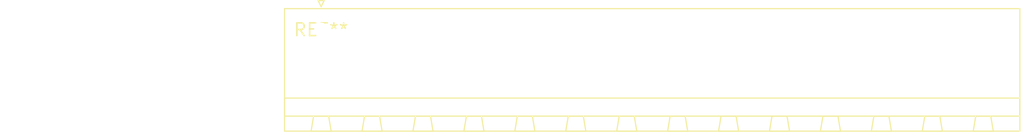
<source format=kicad_pcb>
(kicad_pcb (version 20240108) (generator pcbnew)
  (layers (0 "F.Cu" signal) (31 "B.Cu" signal) (34 "B.Paste" user) (35 "F.Paste" user) (36 "B.SilkS" user "B.Silkscreen") (37 "F.SilkS" user "F.Silkscreen") (38 "B.Mask" user) (39 "F.Mask" user) (44 "Edge.Cuts" user))
  (net 0 "")
  (footprint "PhoenixContact_MSTBA_2,5_14-G-5,08_1x14_P5.08mm_Horizontal" (layer "F.Cu") (at 0 0)
    (property "Reference" "REF**")
    (property "Value" "PhoenixContact_MSTBA_2,5_14-G-5,08_1x14_P5.08mm_Horizontal")
    (fp_line (start -3.65 -2.11) (end -3.65 10.11) (layer "F.SilkS") (stroke (width 0.12)))
    (fp_line (start -3.65 6.81) (end 69.69 6.81) (layer "F.SilkS") (stroke (width 0.12)))
    (fp_line (start -3.65 8.61) (end -3.65 6.81) (layer "F.SilkS") (stroke (width 0.12)))
    (fp_line (start -3.65 10.11) (end 69.69 10.11) (layer "F.SilkS") (stroke (width 0.12)))
    (fp_line (start -1 10.11) (end 1 10.11) (layer "F.SilkS") (stroke (width 0.12)))
    (fp_line (start -0.75 8.61) (end -1 10.11) (layer "F.SilkS") (stroke (width 0.12)))
    (fp_line (start -0.3 -2.91) (end 0.3 -2.91) (layer "F.SilkS") (stroke (width 0.12)))
    (fp_line (start 0 -2.31) (end -0.3 -2.91) (layer "F.SilkS") (stroke (width 0.12)))
    (fp_line (start 0.3 -2.91) (end 0 -2.31) (layer "F.SilkS") (stroke (width 0.12)))
    (fp_line (start 0.75 8.61) (end -0.75 8.61) (layer "F.SilkS") (stroke (width 0.12)))
    (fp_line (start 1 10.11) (end 0.75 8.61) (layer "F.SilkS") (stroke (width 0.12)))
    (fp_line (start 4.08 10.11) (end 6.08 10.11) (layer "F.SilkS") (stroke (width 0.12)))
    (fp_line (start 4.33 8.61) (end 4.08 10.11) (layer "F.SilkS") (stroke (width 0.12)))
    (fp_line (start 5.83 8.61) (end 4.33 8.61) (layer "F.SilkS") (stroke (width 0.12)))
    (fp_line (start 6.08 10.11) (end 5.83 8.61) (layer "F.SilkS") (stroke (width 0.12)))
    (fp_line (start 9.16 10.11) (end 11.16 10.11) (layer "F.SilkS") (stroke (width 0.12)))
    (fp_line (start 9.41 8.61) (end 9.16 10.11) (layer "F.SilkS") (stroke (width 0.12)))
    (fp_line (start 10.91 8.61) (end 9.41 8.61) (layer "F.SilkS") (stroke (width 0.12)))
    (fp_line (start 11.16 10.11) (end 10.91 8.61) (layer "F.SilkS") (stroke (width 0.12)))
    (fp_line (start 14.24 10.11) (end 16.24 10.11) (layer "F.SilkS") (stroke (width 0.12)))
    (fp_line (start 14.49 8.61) (end 14.24 10.11) (layer "F.SilkS") (stroke (width 0.12)))
    (fp_line (start 15.99 8.61) (end 14.49 8.61) (layer "F.SilkS") (stroke (width 0.12)))
    (fp_line (start 16.24 10.11) (end 15.99 8.61) (layer "F.SilkS") (stroke (width 0.12)))
    (fp_line (start 19.32 10.11) (end 21.32 10.11) (layer "F.SilkS") (stroke (width 0.12)))
    (fp_line (start 19.57 8.61) (end 19.32 10.11) (layer "F.SilkS") (stroke (width 0.12)))
    (fp_line (start 21.07 8.61) (end 19.57 8.61) (layer "F.SilkS") (stroke (width 0.12)))
    (fp_line (start 21.32 10.11) (end 21.07 8.61) (layer "F.SilkS") (stroke (width 0.12)))
    (fp_line (start 24.4 10.11) (end 26.4 10.11) (layer "F.SilkS") (stroke (width 0.12)))
    (fp_line (start 24.65 8.61) (end 24.4 10.11) (layer "F.SilkS") (stroke (width 0.12)))
    (fp_line (start 26.15 8.61) (end 24.65 8.61) (layer "F.SilkS") (stroke (width 0.12)))
    (fp_line (start 26.4 10.11) (end 26.15 8.61) (layer "F.SilkS") (stroke (width 0.12)))
    (fp_line (start 29.48 10.11) (end 31.48 10.11) (layer "F.SilkS") (stroke (width 0.12)))
    (fp_line (start 29.73 8.61) (end 29.48 10.11) (layer "F.SilkS") (stroke (width 0.12)))
    (fp_line (start 31.23 8.61) (end 29.73 8.61) (layer "F.SilkS") (stroke (width 0.12)))
    (fp_line (start 31.48 10.11) (end 31.23 8.61) (layer "F.SilkS") (stroke (width 0.12)))
    (fp_line (start 34.56 10.11) (end 36.56 10.11) (layer "F.SilkS") (stroke (width 0.12)))
    (fp_line (start 34.81 8.61) (end 34.56 10.11) (layer "F.SilkS") (stroke (width 0.12)))
    (fp_line (start 36.31 8.61) (end 34.81 8.61) (layer "F.SilkS") (stroke (width 0.12)))
    (fp_line (start 36.56 10.11) (end 36.31 8.61) (layer "F.SilkS") (stroke (width 0.12)))
    (fp_line (start 39.64 10.11) (end 41.64 10.11) (layer "F.SilkS") (stroke (width 0.12)))
    (fp_line (start 39.89 8.61) (end 39.64 10.11) (layer "F.SilkS") (stroke (width 0.12)))
    (fp_line (start 41.39 8.61) (end 39.89 8.61) (layer "F.SilkS") (stroke (width 0.12)))
    (fp_line (start 41.64 10.11) (end 41.39 8.61) (layer "F.SilkS") (stroke (width 0.12)))
    (fp_line (start 44.72 10.11) (end 46.72 10.11) (layer "F.SilkS") (stroke (width 0.12)))
    (fp_line (start 44.97 8.61) (end 44.72 10.11) (layer "F.SilkS") (stroke (width 0.12)))
    (fp_line (start 46.47 8.61) (end 44.97 8.61) (layer "F.SilkS") (stroke (width 0.12)))
    (fp_line (start 46.72 10.11) (end 46.47 8.61) (layer "F.SilkS") (stroke (width 0.12)))
    (fp_line (start 49.8 10.11) (end 51.8 10.11) (layer "F.SilkS") (stroke (width 0.12)))
    (fp_line (start 50.05 8.61) (end 49.8 10.11) (layer "F.SilkS") (stroke (width 0.12)))
    (fp_line (start 51.55 8.61) (end 50.05 8.61) (layer "F.SilkS") (stroke (width 0.12)))
    (fp_line (start 51.8 10.11) (end 51.55 8.61) (layer "F.SilkS") (stroke (width 0.12)))
    (fp_line (start 54.88 10.11) (end 56.88 10.11) (layer "F.SilkS") (stroke (width 0.12)))
    (fp_line (start 55.13 8.61) (end 54.88 10.11) (layer "F.SilkS") (stroke (width 0.12)))
    (fp_line (start 56.63 8.61) (end 55.13 8.61) (layer "F.SilkS") (stroke (width 0.12)))
    (fp_line (start 56.88 10.11) (end 56.63 8.61) (layer "F.SilkS") (stroke (width 0.12)))
    (fp_line (start 59.96 10.11) (end 61.96 10.11) (layer "F.SilkS") (stroke (width 0.12)))
    (fp_line (start 60.21 8.61) (end 59.96 10.11) (layer "F.SilkS") (stroke (width 0.12)))
    (fp_line (start 61.71 8.61) (end 60.21 8.61) (layer "F.SilkS") (stroke (width 0.12)))
    (fp_line (start 61.96 10.11) (end 61.71 8.61) (layer "F.SilkS") (stroke (width 0.12)))
    (fp_line (start 65.04 10.11) (end 67.04 10.11) (layer "F.SilkS") (stroke (width 0.12)))
    (fp_line (start 65.29 8.61) (end 65.04 10.11) (layer "F.SilkS") (stroke (width 0.12)))
    (fp_line (start 66.79 8.61) (end 65.29 8.61) (layer "F.SilkS") (stroke (width 0.12)))
    (fp_line (start 67.04 10.11) (end 66.79 8.61) (layer "F.SilkS") (stroke (width 0.12)))
    (fp_line (start 69.69 -2.11) (end -3.65 -2.11) (layer "F.SilkS") (stroke (width 0.12)))
    (fp_line (start 69.69 6.81) (end 69.69 8.61) (layer "F.SilkS") (stroke (width 0.12)))
    (fp_line (start 69.69 8.61) (end -3.65 8.61) (layer "F.SilkS") (stroke (width 0.12)))
    (fp_line (start 69.69 10.11) (end 69.69 -2.11) (layer "F.SilkS") (stroke (width 0.12)))
    (pad "1" thru_hole roundrect (at 0 0) (size 2.08 3.6) (drill 1.4) (layers *.Cu *.Mask) (remove_unused_layers) (roundrect_rratio 0.120192))
    (pad "2" thru_hole oval (at 5.08 0) (size 2.08 3.6) (drill 1.4) (layers *.Cu *.Mask) (remove_unused_layers))
    (pad "3" thru_hole oval (at 10.16 0) (size 2.08 3.6) (drill 1.4) (layers *.Cu *.Mask) (remove_unused_layers))
    (pad "4" thru_hole oval (at 15.24 0) (size 2.08 3.6) (drill 1.4) (layers *.Cu *.Mask) (remove_unused_layers))
    (pad "5" thru_hole oval (at 20.32 0) (size 2.08 3.6) (drill 1.4) (layers *.Cu *.Mask) (remove_unused_layers))
    (pad "6" thru_hole oval (at 25.4 0) (size 2.08 3.6) (drill 1.4) (layers *.Cu *.Mask) (remove_unused_layers))
    (pad "7" thru_hole oval (at 30.48 0) (size 2.08 3.6) (drill 1.4) (layers *.Cu *.Mask) (remove_unused_layers))
    (pad "8" thru_hole oval (at 35.56 0) (size 2.08 3.6) (drill 1.4) (layers *.Cu *.Mask) (remove_unused_layers))
    (pad "9" thru_hole oval (at 40.64 0) (size 2.08 3.6) (drill 1.4) (layers *.Cu *.Mask) (remove_unused_layers))
    (pad "10" thru_hole oval (at 45.72 0) (size 2.08 3.6) (drill 1.4) (layers *.Cu *.Mask) (remove_unused_layers))
    (pad "11" thru_hole oval (at 50.8 0) (size 2.08 3.6) (drill 1.4) (layers *.Cu *.Mask) (remove_unused_layers))
    (pad "12" thru_hole oval (at 55.88 0) (size 2.08 3.6) (drill 1.4) (layers *.Cu *.Mask) (remove_unused_layers))
    (pad "13" thru_hole oval (at 60.96 0) (size 2.08 3.6) (drill 1.4) (layers *.Cu *.Mask) (remove_unused_layers))
    (pad "14" thru_hole oval (at 66.04 0) (size 2.08 3.6) (drill 1.4) (layers *.Cu *.Mask) (remove_unused_layers))
  )
)
</source>
